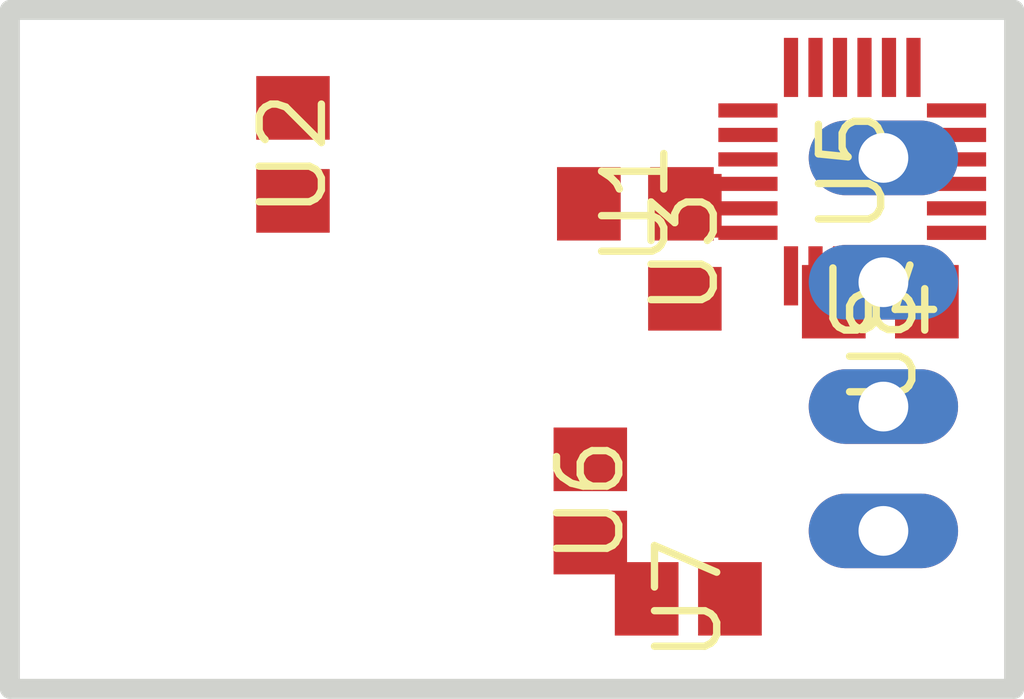
<source format=kicad_pcb>
 ( kicad_pcb  ( version 20171130 )
 ( host pcbnew "(5.1.4-0-10_14)" )
 ( general  ( thickness 1.6 )
 ( drawings 4 )
 ( tracks 0 )
 ( zones 0 )
 ( modules 8 )
 ( nets 16 )
)
 ( page A4 )
 ( layers  ( 0 Top signal )
 ( 31 Bottom signal )
 ( 32 B.Adhes user )
 ( 33 F.Adhes user )
 ( 34 B.Paste user )
 ( 35 F.Paste user )
 ( 36 B.SilkS user )
 ( 37 F.SilkS user )
 ( 38 B.Mask user )
 ( 39 F.Mask user )
 ( 40 Dwgs.User user )
 ( 41 Cmts.User user )
 ( 42 Eco1.User user )
 ( 43 Eco2.User user )
 ( 44 Edge.Cuts user )
 ( 45 Margin user )
 ( 46 B.CrtYd user )
 ( 47 F.CrtYd user )
 ( 48 B.Fab user )
 ( 49 F.Fab user )
)
 ( setup  ( last_trace_width 0.3048 )
 ( trace_clearance 0.1524 )
 ( zone_clearance 0.508 )
 ( zone_45_only no )
 ( trace_min 0.2 )
 ( via_size 0.8 )
 ( via_drill 0.4 )
 ( via_min_size 0.4 )
 ( via_min_drill 0.3 )
 ( uvia_size 0.3 )
 ( uvia_drill 0.1 )
 ( uvias_allowed yes )
 ( uvia_min_size 0.2 )
 ( uvia_min_drill 0.1 )
 ( edge_width 0.05 )
 ( segment_width 0.2 )
 ( pcb_text_width 0.3 )
 ( pcb_text_size 1.5 1.5 )
 ( mod_edge_width 0.12 )
 ( mod_text_size 1 1 )
 ( mod_text_width 0.15 )
 ( pad_size 1.524 1.524 )
 ( pad_drill 0.762 )
 ( pad_to_mask_clearance 0.051 )
 ( solder_mask_min_width 0.25 )
 ( aux_axis_origin 0 0 )
 ( visible_elements 7FFFFFFF )
 ( pcbplotparams  ( layerselection 0x010fc_ffffffff )
 ( usegerberextensions false )
 ( usegerberattributes false )
 ( usegerberadvancedattributes false )
 ( creategerberjobfile false )
 ( excludeedgelayer true )
 ( linewidth 0.100000 )
 ( plotframeref false )
 ( viasonmask false )
 ( mode 1 )
 ( useauxorigin false )
 ( hpglpennumber 1 )
 ( hpglpenspeed 20 )
 ( hpglpendiameter 15.000000 )
 ( psnegative false )
 ( psa4output false )
 ( plotreference true )
 ( plotvalue true )
 ( plotinvisibletext false )
 ( padsonsilk false )
 ( subtractmaskfromsilk false )
 ( outputformat 1 )
 ( mirror false )
 ( drillshape 1 )
 ( scaleselection 1 )
 ( outputdirectory "" )
)
)
 ( net 0 "" )
 ( net 1 GND )
 ( net 2 VDD )
 ( net 3 /SDA )
 ( net 4 /SCL )
 ( net 5 "Net-(R2-Pad1)" )
 ( net 6 "Net-(R1-Pad1)" )
 ( net 7 "Net-(U1-Pad14)" )
 ( net 8 "Net-(U1-Pad13)" )
 ( net 9 "Net-(U1-Pad12)" )
 ( net 10 "Net-(U1-Pad11)" )
 ( net 11 "Net-(U1-Pad10)" )
 ( net 12 "Net-(C1-Pad1)" )
 ( net 13 "Net-(C1-Pad2)" )
 ( net 14 "Net-(C2-Pad2)" )
 ( net 15 "Net-(U1-Pad1)" )
 ( net_class Default "This is the default net class."  ( clearance 0.1524 )
 ( trace_width 0.3048 )
 ( via_dia 0.8 )
 ( via_drill 0.4 )
 ( uvia_dia 0.3 )
 ( uvia_drill 0.1 )
 ( add_net /SCL )
 ( add_net /SDA )
 ( add_net GND )
 ( add_net "Net-(C1-Pad1)" )
 ( add_net "Net-(C1-Pad2)" )
 ( add_net "Net-(C2-Pad2)" )
 ( add_net "Net-(R1-Pad1)" )
 ( add_net "Net-(R2-Pad1)" )
 ( add_net "Net-(U1-Pad1)" )
 ( add_net "Net-(U1-Pad10)" )
 ( add_net "Net-(U1-Pad11)" )
 ( add_net "Net-(U1-Pad12)" )
 ( add_net "Net-(U1-Pad13)" )
 ( add_net "Net-(U1-Pad14)" )
 ( add_net VDD )
)
 ( module imu:C0805  ( layer Top )
 ( tedit 5DCDEC05 )
 ( tstamp 5DC8EB23 )
 ( at 151.020000 102.030000 )
 ( descr <b>CAPACITOR</b><p> )
 ( path /A60240AA )
 ( fp_text reference U1  ( at 0 0 270 )
 ( layer F.SilkS )
 ( effects  ( font  ( size 1.27 1.27 )
 ( thickness 0.15 )
)
)
)
 ( fp_text value ""  ( at 0 0 270 )
 ( layer F.SilkS )
 ( effects  ( font  ( size 1.27 1.27 )
 ( thickness 0.15 )
)
)
)
 ( fp_poly  ( pts  ( xy -1.97 -0.98 )
 ( xy 1.97 -0.98 )
 ( xy 1.97 0.98 )
 ( xy -1.97 0.98 )
)
 ( layer F.CrtYd )
 ( width 0.05 )
)
 ( pad 2 smd rect  ( at 0.95 0 )
 ( size 1.3 1.5 )
 ( layers Top F.Mask F.Paste )
 ( net 1 GND )
 ( solder_mask_margin 0.1016 )
)
 ( pad 1 smd rect  ( at -0.95 0 )
 ( size 1.3 1.5 )
 ( layers Top F.Mask F.Paste )
 ( net 2 VDD )
 ( solder_mask_margin 0.1016 )
)
)
 ( module imu:C0805  ( layer Top )
 ( tedit 5DCDEC05 )
 ( tstamp 5DC8EB31 )
 ( at 144.030000 101.020000 270.000000 )
 ( descr <b>CAPACITOR</b><p> )
 ( path /C3EA450F )
 ( fp_text reference U2  ( at 0 0 270 )
 ( layer F.SilkS )
 ( effects  ( font  ( size 1.27 1.27 )
 ( thickness 0.15 )
)
)
)
 ( fp_text value ""  ( at 0 0 270 )
 ( layer F.SilkS )
 ( effects  ( font  ( size 1.27 1.27 )
 ( thickness 0.15 )
)
)
)
 ( fp_poly  ( pts  ( xy -1.97 -0.98 )
 ( xy 1.97 -0.98 )
 ( xy 1.97 0.98 )
 ( xy -1.97 0.98 )
)
 ( layer F.CrtYd )
 ( width 0.05 )
)
 ( pad 2 smd rect  ( at 0.95 0 270.000000 )
 ( size 1.3 1.5 )
 ( layers Top F.Mask F.Paste )
 ( net 1 GND )
 ( solder_mask_margin 0.1016 )
)
 ( pad 1 smd rect  ( at -0.95 0 270.000000 )
 ( size 1.3 1.5 )
 ( layers Top F.Mask F.Paste )
 ( net 2 VDD )
 ( solder_mask_margin 0.1016 )
)
)
 ( module imu:C0805  ( layer Top )
 ( tedit 5DCDEC05 )
 ( tstamp 5DC8EB3F )
 ( at 152.030000 103.020000 270.000000 )
 ( descr <b>CAPACITOR</b><p> )
 ( path /7A0BA227 )
 ( fp_text reference U3  ( at 0 0 90 )
 ( layer F.SilkS )
 ( effects  ( font  ( size 1.27 1.27 )
 ( thickness 0.15 )
)
)
)
 ( fp_text value ""  ( at 0 0 90 )
 ( layer F.SilkS )
 ( effects  ( font  ( size 1.27 1.27 )
 ( thickness 0.15 )
)
)
)
 ( fp_poly  ( pts  ( xy -1.97 -0.98 )
 ( xy 1.97 -0.98 )
 ( xy 1.97 0.98 )
 ( xy -1.97 0.98 )
)
 ( layer F.CrtYd )
 ( width 0.05 )
)
 ( pad 2 smd rect  ( at 0.95 0 270.000000 )
 ( size 1.3 1.5 )
 ( layers Top F.Mask F.Paste )
 ( net 13 "Net-(C1-Pad2)" )
 ( solder_mask_margin 0.1016 )
)
 ( pad 1 smd rect  ( at -0.95 0 270.000000 )
 ( size 1.3 1.5 )
 ( layers Top F.Mask F.Paste )
 ( net 12 "Net-(C1-Pad1)" )
 ( solder_mask_margin 0.1016 )
)
)
 ( module imu:C0805  ( layer Top )
 ( tedit 5DCDEC05 )
 ( tstamp 5DC8EB4D )
 ( at 156.020000 104.030000 180.000000 )
 ( descr <b>CAPACITOR</b><p> )
 ( path /39D9FF9F )
 ( fp_text reference U4  ( at 0 0 180 )
 ( layer F.SilkS )
 ( effects  ( font  ( size 1.27 1.27 )
 ( thickness 0.15 )
)
)
)
 ( fp_text value ""  ( at 0 0 180 )
 ( layer F.SilkS )
 ( effects  ( font  ( size 1.27 1.27 )
 ( thickness 0.15 )
)
)
)
 ( fp_poly  ( pts  ( xy -1.97 -0.98 )
 ( xy 1.97 -0.98 )
 ( xy 1.97 0.98 )
 ( xy -1.97 0.98 )
)
 ( layer F.CrtYd )
 ( width 0.05 )
)
 ( pad 2 smd rect  ( at 0.95 0 180.000000 )
 ( size 1.3 1.5 )
 ( layers Top F.Mask F.Paste )
 ( net 14 "Net-(C2-Pad2)" )
 ( solder_mask_margin 0.1016 )
)
 ( pad 1 smd rect  ( at -0.95 0 180.000000 )
 ( size 1.3 1.5 )
 ( layers Top F.Mask F.Paste )
 ( net 1 GND )
 ( solder_mask_margin 0.1016 )
)
)
 ( module imu:LGA-24  ( layer Top )
 ( tedit 5DCDEC7A )
 ( tstamp 5DC8EAD5 )
 ( at 155.446800 101.372600 180.000000 )
 ( descr "<h3>LGA 4x4x1 mm 24-lead</h3>\n<ul><li>0.5mm pitch</li>\n<li>Pads are 0.35x0.2 mm square</li>\n</ul>\n<p>This package is used for:<p>\n<ul><li>ST Micro LSM9DS0 3D accel/gyro/mag</li></ul>" )
 ( path /94FABF20 )
 ( fp_text reference U5  ( at 0 0 270 )
 ( layer F.SilkS )
 ( effects  ( font  ( size 1.27 1.27 )
 ( thickness 0.15 )
)
)
)
 ( fp_text value ""  ( at 0 0 270 )
 ( layer F.SilkS )
 ( effects  ( font  ( size 1.27 1.27 )
 ( thickness 0.15 )
)
)
)
 ( fp_poly  ( pts  ( xy -3 -3 )
 ( xy 3 -3 )
 ( xy 3 3 )
 ( xy -3 3 )
)
 ( layer F.CrtYd )
 ( width 0.1 )
)
 ( pad 24 smd rect  ( at -1.25 -2.129 180.000000 )
 ( size 0.29 1.208 )
 ( layers Top F.Mask F.Paste )
 ( net 3 /SDA )
 ( solder_mask_margin 0.1016 )
)
 ( pad 23 smd rect  ( at -0.75 -2.129 180.000000 )
 ( size 0.29 1.208 )
 ( layers Top F.Mask F.Paste )
 ( net 1 GND )
 ( solder_mask_margin 0.1016 )
)
 ( pad 22 smd rect  ( at -0.25 -2.129 180.000000 )
 ( size 0.29 1.208 )
 ( layers Top F.Mask F.Paste )
 ( net 1 GND )
 ( solder_mask_margin 0.1016 )
)
 ( pad 21 smd rect  ( at 0.25 -2.129 180.000000 )
 ( size 0.29 1.208 )
 ( layers Top F.Mask F.Paste )
 ( net 4 /SCL )
 ( solder_mask_margin 0.1016 )
)
 ( pad 20 smd rect  ( at 0.75 -2.129 180.000000 )
 ( size 0.29 1.208 )
 ( layers Top F.Mask F.Paste )
 ( net 5 "Net-(R2-Pad1)" )
 ( solder_mask_margin 0.1016 )
)
 ( pad 19 smd rect  ( at 1.25 -2.129 180.000000 )
 ( size 0.29 1.208 )
 ( layers Top F.Mask F.Paste )
 ( net 6 "Net-(R1-Pad1)" )
 ( solder_mask_margin 0.1016 )
)
 ( pad 18 smd rect  ( at 2.129 -1.25 90.000000 )
 ( size 0.29 1.208 )
 ( layers Top F.Mask F.Paste )
 ( net 2 VDD )
 ( solder_mask_margin 0.1016 )
)
 ( pad 17 smd rect  ( at 2.129 -0.75 90.000000 )
 ( size 0.29 1.208 )
 ( layers Top F.Mask F.Paste )
 ( net 2 VDD )
 ( solder_mask_margin 0.1016 )
)
 ( pad 16 smd rect  ( at 2.129 -0.25 90.000000 )
 ( size 0.29 1.208 )
 ( layers Top F.Mask F.Paste )
 ( net 2 VDD )
 ( solder_mask_margin 0.1016 )
)
 ( pad 15 smd rect  ( at 2.129 0.25 90.000000 )
 ( size 0.29 1.208 )
 ( layers Top F.Mask F.Paste )
 ( net 2 VDD )
 ( solder_mask_margin 0.1016 )
)
 ( pad 14 smd rect  ( at 2.129 0.75 90.000000 )
 ( size 0.29 1.208 )
 ( layers Top F.Mask F.Paste )
 ( net 7 "Net-(U1-Pad14)" )
 ( solder_mask_margin 0.1016 )
)
 ( pad 13 smd rect  ( at 2.129 1.25 90.000000 )
 ( size 0.29 1.208 )
 ( layers Top F.Mask F.Paste )
 ( net 8 "Net-(U1-Pad13)" )
 ( solder_mask_margin 0.1016 )
)
 ( pad 12 smd rect  ( at 1.25 2.129 )
 ( size 0.29 1.208 )
 ( layers Top F.Mask F.Paste )
 ( net 9 "Net-(U1-Pad12)" )
 ( solder_mask_margin 0.1016 )
)
 ( pad 11 smd rect  ( at 0.75 2.129 )
 ( size 0.29 1.208 )
 ( layers Top F.Mask F.Paste )
 ( net 10 "Net-(U1-Pad11)" )
 ( solder_mask_margin 0.1016 )
)
 ( pad 10 smd rect  ( at 0.25 2.129 )
 ( size 0.29 1.208 )
 ( layers Top F.Mask F.Paste )
 ( net 11 "Net-(U1-Pad10)" )
 ( solder_mask_margin 0.1016 )
)
 ( pad 9 smd rect  ( at -0.25 2.129 )
 ( size 0.29 1.208 )
 ( layers Top F.Mask F.Paste )
 ( net 12 "Net-(C1-Pad1)" )
 ( solder_mask_margin 0.1016 )
)
 ( pad 8 smd rect  ( at -0.75 2.129 )
 ( size 0.29 1.208 )
 ( layers Top F.Mask F.Paste )
 ( net 13 "Net-(C1-Pad2)" )
 ( solder_mask_margin 0.1016 )
)
 ( pad 7 smd rect  ( at -1.25 2.129 )
 ( size 0.29 1.208 )
 ( layers Top F.Mask F.Paste )
 ( net 14 "Net-(C2-Pad2)" )
 ( solder_mask_margin 0.1016 )
)
 ( pad 6 smd rect  ( at -2.129 1.25 270.000000 )
 ( size 0.29 1.208 )
 ( layers Top F.Mask F.Paste )
 ( net 1 GND )
 ( solder_mask_margin 0.1016 )
)
 ( pad 5 smd rect  ( at -2.129 0.75 270.000000 )
 ( size 0.29 1.208 )
 ( layers Top F.Mask F.Paste )
 ( net 1 GND )
 ( solder_mask_margin 0.1016 )
)
 ( pad 4 smd rect  ( at -2.129 0.25 270.000000 )
 ( size 0.29 1.208 )
 ( layers Top F.Mask F.Paste )
 ( net 1 GND )
 ( solder_mask_margin 0.1016 )
)
 ( pad 3 smd rect  ( at -2.129 -0.25 270.000000 )
 ( size 0.29 1.208 )
 ( layers Top F.Mask F.Paste )
 ( net 1 GND )
 ( solder_mask_margin 0.1016 )
)
 ( pad 2 smd rect  ( at -2.129 -0.75 270.000000 )
 ( size 0.29 1.208 )
 ( layers Top F.Mask F.Paste )
 ( net 1 GND )
 ( solder_mask_margin 0.1016 )
)
 ( pad 1 smd rect  ( at -2.129 -1.25 270.000000 )
 ( size 0.29 1.208 )
 ( layers Top F.Mask F.Paste )
 ( net 15 "Net-(U1-Pad1)" )
 ( solder_mask_margin 0.1016 )
)
)
 ( module imu:R0805  ( layer Top )
 ( tedit 5DCDEBD1 )
 ( tstamp 5DC8EB5B )
 ( at 150.100000 108.100000 90.000000 )
 ( descr "<b>RESISTOR</b><p>\nchip" )
 ( path /5FC72806 )
 ( fp_text reference U6  ( at 0 0 270 )
 ( layer F.SilkS )
 ( effects  ( font  ( size 1.27 1.27 )
 ( thickness 0.15 )
)
)
)
 ( fp_text value ""  ( at 0 0 270 )
 ( layer F.SilkS )
 ( effects  ( font  ( size 1.27 1.27 )
 ( thickness 0.15 )
)
)
)
 ( fp_poly  ( pts  ( xy -2 -1 )
 ( xy 2 -1 )
 ( xy 2 1 )
 ( xy -2 1 )
)
 ( layer F.CrtYd )
 ( width 0.1 )
)
 ( pad 2 smd rect  ( at 0.85 0 90.000000 )
 ( size 1.3 1.5 )
 ( layers Top F.Mask F.Paste )
 ( net 2 VDD )
 ( solder_mask_margin 0.1016 )
)
 ( pad 1 smd rect  ( at -0.85 0 90.000000 )
 ( size 1.3 1.5 )
 ( layers Top F.Mask F.Paste )
 ( net 6 "Net-(R1-Pad1)" )
 ( solder_mask_margin 0.1016 )
)
)
 ( module imu:R0805  ( layer Top )
 ( tedit 5DCDEBD1 )
 ( tstamp 5DC8EB69 )
 ( at 152.100000 110.100000 )
 ( descr "<b>RESISTOR</b><p>\nchip" )
 ( path /8EFFCFBB )
 ( fp_text reference U7  ( at 0 0 270 )
 ( layer F.SilkS )
 ( effects  ( font  ( size 1.27 1.27 )
 ( thickness 0.15 )
)
)
)
 ( fp_text value ""  ( at 0 0 270 )
 ( layer F.SilkS )
 ( effects  ( font  ( size 1.27 1.27 )
 ( thickness 0.15 )
)
)
)
 ( fp_poly  ( pts  ( xy -2 -1 )
 ( xy 2 -1 )
 ( xy 2 1 )
 ( xy -2 1 )
)
 ( layer F.CrtYd )
 ( width 0.1 )
)
 ( pad 2 smd rect  ( at 0.85 0 )
 ( size 1.3 1.5 )
 ( layers Top F.Mask F.Paste )
 ( net 2 VDD )
 ( solder_mask_margin 0.1016 )
)
 ( pad 1 smd rect  ( at -0.85 0 )
 ( size 1.3 1.5 )
 ( layers Top F.Mask F.Paste )
 ( net 5 "Net-(R2-Pad1)" )
 ( solder_mask_margin 0.1016 )
)
)
 ( module imu:MA04-1 locked  ( layer Top )
 ( tedit 5DCDED3B )
 ( tstamp 5DC8EB77 )
 ( at 156.083000 104.902000 90.000000 )
 ( descr "<b>PIN HEADER</b>" )
 ( path /4C9F70DA )
 ( fp_text reference U8  ( at 0 0 90 )
 ( layer F.SilkS )
 ( effects  ( font  ( size 1.27 1.27 )
 ( thickness 0.15 )
)
)
)
 ( fp_text value ""  ( at 0 0 90 )
 ( layer F.SilkS )
 ( effects  ( font  ( size 1.27 1.27 )
 ( thickness 0.15 )
)
)
)
 ( fp_poly  ( pts  ( xy -5 -1.75 )
 ( xy 5 -1.75 )
 ( xy 5 1.75 )
 ( xy -5 1.75 )
)
 ( layer F.CrtYd )
 ( width 0.1 )
)
 ( fp_poly  ( pts  ( xy -5 -1.75 )
 ( xy 5 -1.75 )
 ( xy 5 1.75 )
 ( xy -5 1.75 )
)
 ( layer B.CrtYd )
 ( width 0.1 )
)
 ( pad 1 thru_hole oval  ( at -3.81 0 180.000000 )
 ( size 3.048 1.524 )
 ( drill 1.016 )
 ( layers *.Cu *.Mask )
 ( net 2 VDD )
 ( solder_mask_margin 0.1016 )
)
 ( pad 2 thru_hole oval  ( at -1.27 0 180.000000 )
 ( size 3.048 1.524 )
 ( drill 1.016 )
 ( layers *.Cu *.Mask )
 ( net 4 /SCL )
 ( solder_mask_margin 0.1016 )
)
 ( pad 3 thru_hole oval  ( at 1.27 0 180.000000 )
 ( size 3.048 1.524 )
 ( drill 1.016 )
 ( layers *.Cu *.Mask )
 ( net 3 /SDA )
 ( solder_mask_margin 0.1016 )
)
 ( pad 4 thru_hole oval  ( at 3.81 0 180.000000 )
 ( size 3.048 1.524 )
 ( drill 1.016 )
 ( layers *.Cu *.Mask )
 ( net 1 GND )
 ( solder_mask_margin 0.1016 )
)
)
 ( gr_line  ( start 138.2522 111.9378 )
 ( end 138.2522 98.0694 )
 ( layer Edge.Cuts )
 ( width 0.4064 )
 ( tstamp 1CAD9470 )
)
 ( gr_line  ( start 138.2522 98.0694 )
 ( end 158.75 98.0694 )
 ( layer Edge.Cuts )
 ( width 0.4064 )
 ( tstamp 1CAD8750 )
)
 ( gr_line  ( start 158.75 98.0694 )
 ( end 158.75 111.9378 )
 ( layer Edge.Cuts )
 ( width 0.4064 )
 ( tstamp 1CAD8CF0 )
)
 ( gr_line  ( start 158.75 111.9378 )
 ( end 138.2522 111.9378 )
 ( layer Edge.Cuts )
 ( width 0.4064 )
 ( tstamp 1CAD9BF0 )
)
)

</source>
